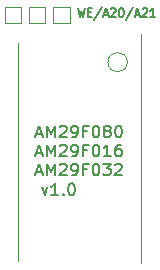
<source format=gbr>
G04 #@! TF.GenerationSoftware,KiCad,Pcbnew,(6.0.1-0)*
G04 #@! TF.CreationDate,2022-03-14T11:45:24-04:00*
G04 #@! TF.ProjectId,MBC1-TSOP40,4d424331-2d54-4534-9f50-34302e6b6963,rev?*
G04 #@! TF.SameCoordinates,Original*
G04 #@! TF.FileFunction,Legend,Top*
G04 #@! TF.FilePolarity,Positive*
%FSLAX46Y46*%
G04 Gerber Fmt 4.6, Leading zero omitted, Abs format (unit mm)*
G04 Created by KiCad (PCBNEW (6.0.1-0)) date 2022-03-14 11:45:24*
%MOMM*%
%LPD*%
G01*
G04 APERTURE LIST*
%ADD10C,0.150000*%
%ADD11C,0.120000*%
%ADD12C,0.100000*%
G04 APERTURE END LIST*
D10*
X108930952Y-57566666D02*
X109407142Y-57566666D01*
X108835714Y-57852380D02*
X109169047Y-56852380D01*
X109502380Y-57852380D01*
X109835714Y-57852380D02*
X109835714Y-56852380D01*
X110169047Y-57566666D01*
X110502380Y-56852380D01*
X110502380Y-57852380D01*
X110930952Y-56947619D02*
X110978571Y-56900000D01*
X111073809Y-56852380D01*
X111311904Y-56852380D01*
X111407142Y-56900000D01*
X111454761Y-56947619D01*
X111502380Y-57042857D01*
X111502380Y-57138095D01*
X111454761Y-57280952D01*
X110883333Y-57852380D01*
X111502380Y-57852380D01*
X111978571Y-57852380D02*
X112169047Y-57852380D01*
X112264285Y-57804761D01*
X112311904Y-57757142D01*
X112407142Y-57614285D01*
X112454761Y-57423809D01*
X112454761Y-57042857D01*
X112407142Y-56947619D01*
X112359523Y-56900000D01*
X112264285Y-56852380D01*
X112073809Y-56852380D01*
X111978571Y-56900000D01*
X111930952Y-56947619D01*
X111883333Y-57042857D01*
X111883333Y-57280952D01*
X111930952Y-57376190D01*
X111978571Y-57423809D01*
X112073809Y-57471428D01*
X112264285Y-57471428D01*
X112359523Y-57423809D01*
X112407142Y-57376190D01*
X112454761Y-57280952D01*
X113216666Y-57328571D02*
X112883333Y-57328571D01*
X112883333Y-57852380D02*
X112883333Y-56852380D01*
X113359523Y-56852380D01*
X113930952Y-56852380D02*
X114026190Y-56852380D01*
X114121428Y-56900000D01*
X114169047Y-56947619D01*
X114216666Y-57042857D01*
X114264285Y-57233333D01*
X114264285Y-57471428D01*
X114216666Y-57661904D01*
X114169047Y-57757142D01*
X114121428Y-57804761D01*
X114026190Y-57852380D01*
X113930952Y-57852380D01*
X113835714Y-57804761D01*
X113788095Y-57757142D01*
X113740476Y-57661904D01*
X113692857Y-57471428D01*
X113692857Y-57233333D01*
X113740476Y-57042857D01*
X113788095Y-56947619D01*
X113835714Y-56900000D01*
X113930952Y-56852380D01*
X114835714Y-57280952D02*
X114740476Y-57233333D01*
X114692857Y-57185714D01*
X114645238Y-57090476D01*
X114645238Y-57042857D01*
X114692857Y-56947619D01*
X114740476Y-56900000D01*
X114835714Y-56852380D01*
X115026190Y-56852380D01*
X115121428Y-56900000D01*
X115169047Y-56947619D01*
X115216666Y-57042857D01*
X115216666Y-57090476D01*
X115169047Y-57185714D01*
X115121428Y-57233333D01*
X115026190Y-57280952D01*
X114835714Y-57280952D01*
X114740476Y-57328571D01*
X114692857Y-57376190D01*
X114645238Y-57471428D01*
X114645238Y-57661904D01*
X114692857Y-57757142D01*
X114740476Y-57804761D01*
X114835714Y-57852380D01*
X115026190Y-57852380D01*
X115121428Y-57804761D01*
X115169047Y-57757142D01*
X115216666Y-57661904D01*
X115216666Y-57471428D01*
X115169047Y-57376190D01*
X115121428Y-57328571D01*
X115026190Y-57280952D01*
X115835714Y-56852380D02*
X115930952Y-56852380D01*
X116026190Y-56900000D01*
X116073809Y-56947619D01*
X116121428Y-57042857D01*
X116169047Y-57233333D01*
X116169047Y-57471428D01*
X116121428Y-57661904D01*
X116073809Y-57757142D01*
X116026190Y-57804761D01*
X115930952Y-57852380D01*
X115835714Y-57852380D01*
X115740476Y-57804761D01*
X115692857Y-57757142D01*
X115645238Y-57661904D01*
X115597619Y-57471428D01*
X115597619Y-57233333D01*
X115645238Y-57042857D01*
X115692857Y-56947619D01*
X115740476Y-56900000D01*
X115835714Y-56852380D01*
X108930952Y-59176666D02*
X109407142Y-59176666D01*
X108835714Y-59462380D02*
X109169047Y-58462380D01*
X109502380Y-59462380D01*
X109835714Y-59462380D02*
X109835714Y-58462380D01*
X110169047Y-59176666D01*
X110502380Y-58462380D01*
X110502380Y-59462380D01*
X110930952Y-58557619D02*
X110978571Y-58510000D01*
X111073809Y-58462380D01*
X111311904Y-58462380D01*
X111407142Y-58510000D01*
X111454761Y-58557619D01*
X111502380Y-58652857D01*
X111502380Y-58748095D01*
X111454761Y-58890952D01*
X110883333Y-59462380D01*
X111502380Y-59462380D01*
X111978571Y-59462380D02*
X112169047Y-59462380D01*
X112264285Y-59414761D01*
X112311904Y-59367142D01*
X112407142Y-59224285D01*
X112454761Y-59033809D01*
X112454761Y-58652857D01*
X112407142Y-58557619D01*
X112359523Y-58510000D01*
X112264285Y-58462380D01*
X112073809Y-58462380D01*
X111978571Y-58510000D01*
X111930952Y-58557619D01*
X111883333Y-58652857D01*
X111883333Y-58890952D01*
X111930952Y-58986190D01*
X111978571Y-59033809D01*
X112073809Y-59081428D01*
X112264285Y-59081428D01*
X112359523Y-59033809D01*
X112407142Y-58986190D01*
X112454761Y-58890952D01*
X113216666Y-58938571D02*
X112883333Y-58938571D01*
X112883333Y-59462380D02*
X112883333Y-58462380D01*
X113359523Y-58462380D01*
X113930952Y-58462380D02*
X114026190Y-58462380D01*
X114121428Y-58510000D01*
X114169047Y-58557619D01*
X114216666Y-58652857D01*
X114264285Y-58843333D01*
X114264285Y-59081428D01*
X114216666Y-59271904D01*
X114169047Y-59367142D01*
X114121428Y-59414761D01*
X114026190Y-59462380D01*
X113930952Y-59462380D01*
X113835714Y-59414761D01*
X113788095Y-59367142D01*
X113740476Y-59271904D01*
X113692857Y-59081428D01*
X113692857Y-58843333D01*
X113740476Y-58652857D01*
X113788095Y-58557619D01*
X113835714Y-58510000D01*
X113930952Y-58462380D01*
X115216666Y-59462380D02*
X114645238Y-59462380D01*
X114930952Y-59462380D02*
X114930952Y-58462380D01*
X114835714Y-58605238D01*
X114740476Y-58700476D01*
X114645238Y-58748095D01*
X116073809Y-58462380D02*
X115883333Y-58462380D01*
X115788095Y-58510000D01*
X115740476Y-58557619D01*
X115645238Y-58700476D01*
X115597619Y-58890952D01*
X115597619Y-59271904D01*
X115645238Y-59367142D01*
X115692857Y-59414761D01*
X115788095Y-59462380D01*
X115978571Y-59462380D01*
X116073809Y-59414761D01*
X116121428Y-59367142D01*
X116169047Y-59271904D01*
X116169047Y-59033809D01*
X116121428Y-58938571D01*
X116073809Y-58890952D01*
X115978571Y-58843333D01*
X115788095Y-58843333D01*
X115692857Y-58890952D01*
X115645238Y-58938571D01*
X115597619Y-59033809D01*
X108930952Y-60786666D02*
X109407142Y-60786666D01*
X108835714Y-61072380D02*
X109169047Y-60072380D01*
X109502380Y-61072380D01*
X109835714Y-61072380D02*
X109835714Y-60072380D01*
X110169047Y-60786666D01*
X110502380Y-60072380D01*
X110502380Y-61072380D01*
X110930952Y-60167619D02*
X110978571Y-60120000D01*
X111073809Y-60072380D01*
X111311904Y-60072380D01*
X111407142Y-60120000D01*
X111454761Y-60167619D01*
X111502380Y-60262857D01*
X111502380Y-60358095D01*
X111454761Y-60500952D01*
X110883333Y-61072380D01*
X111502380Y-61072380D01*
X111978571Y-61072380D02*
X112169047Y-61072380D01*
X112264285Y-61024761D01*
X112311904Y-60977142D01*
X112407142Y-60834285D01*
X112454761Y-60643809D01*
X112454761Y-60262857D01*
X112407142Y-60167619D01*
X112359523Y-60120000D01*
X112264285Y-60072380D01*
X112073809Y-60072380D01*
X111978571Y-60120000D01*
X111930952Y-60167619D01*
X111883333Y-60262857D01*
X111883333Y-60500952D01*
X111930952Y-60596190D01*
X111978571Y-60643809D01*
X112073809Y-60691428D01*
X112264285Y-60691428D01*
X112359523Y-60643809D01*
X112407142Y-60596190D01*
X112454761Y-60500952D01*
X113216666Y-60548571D02*
X112883333Y-60548571D01*
X112883333Y-61072380D02*
X112883333Y-60072380D01*
X113359523Y-60072380D01*
X113930952Y-60072380D02*
X114026190Y-60072380D01*
X114121428Y-60120000D01*
X114169047Y-60167619D01*
X114216666Y-60262857D01*
X114264285Y-60453333D01*
X114264285Y-60691428D01*
X114216666Y-60881904D01*
X114169047Y-60977142D01*
X114121428Y-61024761D01*
X114026190Y-61072380D01*
X113930952Y-61072380D01*
X113835714Y-61024761D01*
X113788095Y-60977142D01*
X113740476Y-60881904D01*
X113692857Y-60691428D01*
X113692857Y-60453333D01*
X113740476Y-60262857D01*
X113788095Y-60167619D01*
X113835714Y-60120000D01*
X113930952Y-60072380D01*
X114597619Y-60072380D02*
X115216666Y-60072380D01*
X114883333Y-60453333D01*
X115026190Y-60453333D01*
X115121428Y-60500952D01*
X115169047Y-60548571D01*
X115216666Y-60643809D01*
X115216666Y-60881904D01*
X115169047Y-60977142D01*
X115121428Y-61024761D01*
X115026190Y-61072380D01*
X114740476Y-61072380D01*
X114645238Y-61024761D01*
X114597619Y-60977142D01*
X115597619Y-60167619D02*
X115645238Y-60120000D01*
X115740476Y-60072380D01*
X115978571Y-60072380D01*
X116073809Y-60120000D01*
X116121428Y-60167619D01*
X116169047Y-60262857D01*
X116169047Y-60358095D01*
X116121428Y-60500952D01*
X115550000Y-61072380D01*
X116169047Y-61072380D01*
X109391428Y-62065714D02*
X109629523Y-62732380D01*
X109867619Y-62065714D01*
X110772380Y-62732380D02*
X110200952Y-62732380D01*
X110486666Y-62732380D02*
X110486666Y-61732380D01*
X110391428Y-61875238D01*
X110296190Y-61970476D01*
X110200952Y-62018095D01*
X111200952Y-62637142D02*
X111248571Y-62684761D01*
X111200952Y-62732380D01*
X111153333Y-62684761D01*
X111200952Y-62637142D01*
X111200952Y-62732380D01*
X111867619Y-61732380D02*
X111962857Y-61732380D01*
X112058095Y-61780000D01*
X112105714Y-61827619D01*
X112153333Y-61922857D01*
X112200952Y-62113333D01*
X112200952Y-62351428D01*
X112153333Y-62541904D01*
X112105714Y-62637142D01*
X112058095Y-62684761D01*
X111962857Y-62732380D01*
X111867619Y-62732380D01*
X111772380Y-62684761D01*
X111724761Y-62637142D01*
X111677142Y-62541904D01*
X111629523Y-62351428D01*
X111629523Y-62113333D01*
X111677142Y-61922857D01*
X111724761Y-61827619D01*
X111772380Y-61780000D01*
X111867619Y-61732380D01*
X112456666Y-46881904D02*
X112623333Y-47681904D01*
X112756666Y-47110476D01*
X112890000Y-47681904D01*
X113056666Y-46881904D01*
X113323333Y-47262857D02*
X113556666Y-47262857D01*
X113656666Y-47681904D02*
X113323333Y-47681904D01*
X113323333Y-46881904D01*
X113656666Y-46881904D01*
X114456666Y-46843809D02*
X113856666Y-47872380D01*
X114656666Y-47453333D02*
X114990000Y-47453333D01*
X114590000Y-47681904D02*
X114823333Y-46881904D01*
X115056666Y-47681904D01*
X115256666Y-46958095D02*
X115290000Y-46920000D01*
X115356666Y-46881904D01*
X115523333Y-46881904D01*
X115590000Y-46920000D01*
X115623333Y-46958095D01*
X115656666Y-47034285D01*
X115656666Y-47110476D01*
X115623333Y-47224761D01*
X115223333Y-47681904D01*
X115656666Y-47681904D01*
X116090000Y-46881904D02*
X116156666Y-46881904D01*
X116223333Y-46920000D01*
X116256666Y-46958095D01*
X116290000Y-47034285D01*
X116323333Y-47186666D01*
X116323333Y-47377142D01*
X116290000Y-47529523D01*
X116256666Y-47605714D01*
X116223333Y-47643809D01*
X116156666Y-47681904D01*
X116090000Y-47681904D01*
X116023333Y-47643809D01*
X115990000Y-47605714D01*
X115956666Y-47529523D01*
X115923333Y-47377142D01*
X115923333Y-47186666D01*
X115956666Y-47034285D01*
X115990000Y-46958095D01*
X116023333Y-46920000D01*
X116090000Y-46881904D01*
X117123333Y-46843809D02*
X116523333Y-47872380D01*
X117323333Y-47453333D02*
X117656666Y-47453333D01*
X117256666Y-47681904D02*
X117490000Y-46881904D01*
X117723333Y-47681904D01*
X117923333Y-46958095D02*
X117956666Y-46920000D01*
X118023333Y-46881904D01*
X118190000Y-46881904D01*
X118256666Y-46920000D01*
X118290000Y-46958095D01*
X118323333Y-47034285D01*
X118323333Y-47110476D01*
X118290000Y-47224761D01*
X117890000Y-47681904D01*
X118323333Y-47681904D01*
X118990000Y-47681904D02*
X118590000Y-47681904D01*
X118790000Y-47681904D02*
X118790000Y-46881904D01*
X118723333Y-46996190D01*
X118656666Y-47072380D01*
X118590000Y-47110476D01*
D11*
G04 #@! TO.C,REF\u002A\u002A*
X107420000Y-49880000D02*
X107420000Y-68280000D01*
D12*
X117820000Y-68480000D02*
X117820000Y-49080000D01*
D11*
X116644621Y-51480000D02*
G75*
G03*
X116644621Y-51480000I-824621J0D01*
G01*
X106240000Y-46770000D02*
X107640000Y-46770000D01*
X107640000Y-46770000D02*
X107640000Y-48170000D01*
X107640000Y-48170000D02*
X106240000Y-48170000D01*
X106240000Y-48170000D02*
X106240000Y-46770000D01*
X110360000Y-46770000D02*
X111760000Y-46770000D01*
X111760000Y-48170000D02*
X110360000Y-48170000D01*
X111760000Y-46770000D02*
X111760000Y-48170000D01*
X110360000Y-48170000D02*
X110360000Y-46770000D01*
X109700000Y-46770000D02*
X109700000Y-48170000D01*
X108300000Y-48170000D02*
X108300000Y-46770000D01*
X109700000Y-48170000D02*
X108300000Y-48170000D01*
X108300000Y-46770000D02*
X109700000Y-46770000D01*
G04 #@! TD*
M02*

</source>
